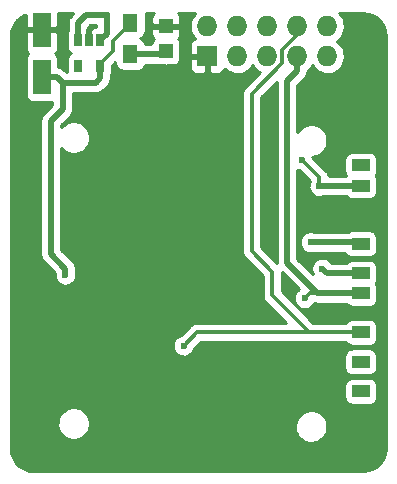
<source format=gtl>
G04 #@! TF.FileFunction,Copper,L1,Top,Signal*
%FSLAX46Y46*%
G04 Gerber Fmt 4.6, Leading zero omitted, Abs format (unit mm)*
G04 Created by KiCad (PCBNEW 4.0.2-stable) date 27.07.2016 22:22:32*
%MOMM*%
G01*
G04 APERTURE LIST*
%ADD10C,0.100000*%
%ADD11C,0.600000*%
%ADD12R,1.501140X2.999740*%
%ADD13R,1.500000X1.000000*%
%ADD14R,2.200000X1.200000*%
%ADD15R,1.727200X1.727200*%
%ADD16O,1.727200X1.727200*%
%ADD17R,1.300000X1.500000*%
%ADD18R,0.650000X1.060000*%
%ADD19R,1.198880X1.198880*%
%ADD20C,0.500000*%
%ADD21C,0.350000*%
%ADD22C,0.300000*%
%ADD23C,0.254000*%
G04 APERTURE END LIST*
D10*
D11*
X96600000Y-131700000D03*
X90750000Y-135000000D03*
X103900000Y-132650000D03*
X105800000Y-138500000D03*
X92200000Y-118900000D03*
D12*
X81000000Y-102751020D03*
X81000000Y-106748980D03*
D13*
X108000000Y-130875000D03*
X108000000Y-128375000D03*
X108000000Y-125075000D03*
X108000000Y-123375000D03*
X108000000Y-120875000D03*
X108000000Y-118375000D03*
X108000000Y-115950000D03*
X108000000Y-114250000D03*
X108000000Y-133375000D03*
X108000000Y-126725000D03*
X108000000Y-110900000D03*
D14*
X87000000Y-138400000D03*
X85800000Y-110400000D03*
D15*
X95000000Y-105000000D03*
D16*
X95000000Y-102460000D03*
X97540000Y-105000000D03*
X97540000Y-102460000D03*
X100080000Y-105000000D03*
X100080000Y-102460000D03*
X102620000Y-105000000D03*
X102620000Y-102460000D03*
X105160000Y-105000000D03*
X105160000Y-102460000D03*
D17*
X88500000Y-102150000D03*
X88500000Y-104850000D03*
D18*
X85950000Y-103650000D03*
X85000000Y-103650000D03*
X84050000Y-103650000D03*
X84050000Y-105850000D03*
X85950000Y-105850000D03*
D11*
X95200000Y-137600000D03*
D19*
X91500000Y-104549020D03*
X91500000Y-102450980D03*
D11*
X104750000Y-123000000D03*
X83000000Y-123500000D03*
X100000000Y-118600000D03*
X105250000Y-118250000D03*
X85250000Y-102500000D03*
X93000000Y-129500000D03*
X103250000Y-125500000D03*
X103750000Y-120750000D03*
X103000000Y-113750000D03*
X104500000Y-116000000D03*
X86500000Y-101500000D03*
D20*
X108000000Y-123375000D02*
X105125000Y-123375000D01*
X105125000Y-123375000D02*
X104750000Y-123000000D01*
X81750000Y-121750000D02*
X83000000Y-123000000D01*
X83000000Y-123000000D02*
X83000000Y-123500000D01*
X81750000Y-110500000D02*
X81750000Y-121750000D01*
X82751590Y-109498410D02*
X81750000Y-110500000D01*
X82751590Y-107250000D02*
X82751590Y-109498410D01*
D21*
X87000000Y-103750000D02*
X87000000Y-104595000D01*
X87000000Y-104595000D02*
X85950000Y-105645000D01*
X85950000Y-105645000D02*
X85950000Y-105850000D01*
X88500000Y-102250000D02*
X87000000Y-103750000D01*
D20*
X85580000Y-107250000D02*
X82751590Y-107250000D01*
X82751590Y-107250000D02*
X82250570Y-106748980D01*
X82250570Y-106748980D02*
X81000000Y-106748980D01*
X85950000Y-105850000D02*
X85950000Y-106880000D01*
X85950000Y-106880000D02*
X85580000Y-107250000D01*
D22*
X88500000Y-102250000D02*
X88500000Y-102150000D01*
D20*
X108000000Y-118375000D02*
X105375000Y-118375000D01*
X105375000Y-118375000D02*
X105250000Y-118250000D01*
X85000000Y-103650000D02*
X85000000Y-102750000D01*
X85000000Y-102750000D02*
X85250000Y-102500000D01*
D21*
X103625000Y-128375000D02*
X94125000Y-128375000D01*
X94125000Y-128375000D02*
X93000000Y-129500000D01*
X100500000Y-125250000D02*
X103625000Y-128375000D01*
X103625000Y-128375000D02*
X108000000Y-128375000D01*
X100500000Y-123250000D02*
X100500000Y-125250000D01*
X98750000Y-121500000D02*
X100500000Y-123250000D01*
X98750000Y-108163130D02*
X98750000Y-121500000D01*
X102620000Y-102460000D02*
X102620000Y-103166870D01*
X102620000Y-103166870D02*
X101318601Y-104468269D01*
X101318601Y-104468269D02*
X101318601Y-105594529D01*
X101318601Y-105594529D02*
X98750000Y-108163130D01*
X104325000Y-125075000D02*
X103675000Y-125075000D01*
X103675000Y-125075000D02*
X103250000Y-125500000D01*
D20*
X108000000Y-125075000D02*
X104325000Y-125075000D01*
X104325000Y-125075000D02*
X101750000Y-122500000D01*
X101750000Y-122500000D02*
X101750000Y-107091314D01*
X101750000Y-107091314D02*
X102620000Y-106221314D01*
X102620000Y-106221314D02*
X102620000Y-105000000D01*
X103750000Y-120750000D02*
X107875000Y-120750000D01*
X107875000Y-120750000D02*
X108000000Y-120875000D01*
D21*
X104500000Y-116000000D02*
X104500000Y-115250000D01*
X104500000Y-115250000D02*
X103000000Y-113750000D01*
D20*
X104500000Y-116000000D02*
X107950000Y-116000000D01*
X107950000Y-116000000D02*
X108000000Y-115950000D01*
X88500000Y-104850000D02*
X91430140Y-104850000D01*
X91430140Y-104850000D02*
X91500000Y-104919860D01*
D22*
X88569860Y-104919860D02*
X88500000Y-104850000D01*
D20*
X86500000Y-101500000D02*
X84750000Y-101500000D01*
X84750000Y-101500000D02*
X84050000Y-102200000D01*
X84050000Y-102200000D02*
X84050000Y-103650000D01*
X86500000Y-101500000D02*
X86500000Y-103100000D01*
X86500000Y-103100000D02*
X85950000Y-103650000D01*
D22*
X86000000Y-103600000D02*
X85950000Y-103650000D01*
D23*
G36*
X83429867Y-101579867D02*
X83378446Y-101642467D01*
X83326375Y-101704524D01*
X83324153Y-101708565D01*
X83321226Y-101712129D01*
X83282936Y-101783539D01*
X83243918Y-101854513D01*
X83242524Y-101858907D01*
X83240344Y-101862973D01*
X83216645Y-101940489D01*
X83192165Y-102017661D01*
X83191651Y-102022241D01*
X83190302Y-102026654D01*
X83182113Y-102107272D01*
X83173085Y-102187755D01*
X83173022Y-102196766D01*
X83173005Y-102196938D01*
X83173020Y-102197098D01*
X83173000Y-102200000D01*
X83173000Y-102826702D01*
X83119911Y-102944477D01*
X83094967Y-103120000D01*
X83094967Y-104180000D01*
X83102929Y-104279847D01*
X83155374Y-104449199D01*
X83252923Y-104597235D01*
X83387852Y-104712234D01*
X83465678Y-104747315D01*
X83455801Y-104750374D01*
X83307765Y-104847923D01*
X83192766Y-104982852D01*
X83119911Y-105144477D01*
X83094967Y-105320000D01*
X83094967Y-106353111D01*
X82870703Y-106128847D01*
X82808103Y-106077426D01*
X82746046Y-106025355D01*
X82742005Y-106023133D01*
X82738441Y-106020206D01*
X82667031Y-105981916D01*
X82596057Y-105942898D01*
X82591663Y-105941504D01*
X82587597Y-105939324D01*
X82510081Y-105915625D01*
X82432909Y-105891145D01*
X82428329Y-105890631D01*
X82423916Y-105889282D01*
X82380603Y-105884882D01*
X82380603Y-105249110D01*
X82372641Y-105149263D01*
X82320196Y-104979911D01*
X82222647Y-104831875D01*
X82135366Y-104757486D01*
X82155359Y-104744127D01*
X82243807Y-104655679D01*
X82313300Y-104551675D01*
X82361167Y-104436113D01*
X82385570Y-104313432D01*
X82385570Y-103036770D01*
X82226820Y-102878020D01*
X81127000Y-102878020D01*
X81127000Y-102898020D01*
X80873000Y-102898020D01*
X80873000Y-102878020D01*
X79773180Y-102878020D01*
X79614430Y-103036770D01*
X79614430Y-104313432D01*
X79638833Y-104436113D01*
X79686700Y-104551675D01*
X79756193Y-104655679D01*
X79844641Y-104744127D01*
X79863256Y-104756565D01*
X79832195Y-104777033D01*
X79717196Y-104911962D01*
X79644341Y-105073587D01*
X79619397Y-105249110D01*
X79619397Y-108248850D01*
X79627359Y-108348697D01*
X79679804Y-108518049D01*
X79777353Y-108666085D01*
X79912282Y-108781084D01*
X80073907Y-108853939D01*
X80249430Y-108878883D01*
X81750570Y-108878883D01*
X81850417Y-108870921D01*
X81874590Y-108863435D01*
X81874590Y-109135144D01*
X81129867Y-109879867D01*
X81078446Y-109942467D01*
X81026375Y-110004524D01*
X81024153Y-110008565D01*
X81021226Y-110012129D01*
X80982936Y-110083539D01*
X80943918Y-110154513D01*
X80942524Y-110158907D01*
X80940344Y-110162973D01*
X80916645Y-110240489D01*
X80892165Y-110317661D01*
X80891651Y-110322241D01*
X80890302Y-110326654D01*
X80882113Y-110407272D01*
X80873085Y-110487755D01*
X80873022Y-110496766D01*
X80873005Y-110496938D01*
X80873020Y-110497098D01*
X80873000Y-110500000D01*
X80873000Y-121750000D01*
X80880903Y-121830600D01*
X80887965Y-121911326D01*
X80889252Y-121915756D01*
X80889702Y-121920344D01*
X80913114Y-121997887D01*
X80935718Y-122075690D01*
X80937840Y-122079783D01*
X80939173Y-122084199D01*
X80977212Y-122155740D01*
X81014486Y-122227648D01*
X81017363Y-122231251D01*
X81019528Y-122235324D01*
X81070725Y-122298098D01*
X81121269Y-122361414D01*
X81127600Y-122367834D01*
X81127706Y-122367964D01*
X81127826Y-122368063D01*
X81129867Y-122370133D01*
X82088621Y-123328887D01*
X82074320Y-123396168D01*
X82071782Y-123577945D01*
X82104599Y-123756752D01*
X82171522Y-123925780D01*
X82270001Y-124078590D01*
X82396286Y-124209362D01*
X82545566Y-124313114D01*
X82712155Y-124385895D01*
X82889708Y-124424932D01*
X83071463Y-124428740D01*
X83250495Y-124397171D01*
X83419986Y-124331430D01*
X83573479Y-124234020D01*
X83705130Y-124108651D01*
X83809921Y-123960099D01*
X83883864Y-123794022D01*
X83924140Y-123616746D01*
X83927039Y-123409103D01*
X83891729Y-123230771D01*
X83877000Y-123195036D01*
X83877000Y-123000000D01*
X83869097Y-122919400D01*
X83862035Y-122838674D01*
X83860748Y-122834244D01*
X83860298Y-122829656D01*
X83836886Y-122752113D01*
X83814282Y-122674310D01*
X83812160Y-122670217D01*
X83810827Y-122665801D01*
X83772788Y-122594260D01*
X83735514Y-122522352D01*
X83732637Y-122518749D01*
X83730472Y-122514676D01*
X83679275Y-122451902D01*
X83628731Y-122388586D01*
X83622400Y-122382166D01*
X83622294Y-122382036D01*
X83622174Y-122381937D01*
X83620133Y-122379867D01*
X82627000Y-121386734D01*
X82627000Y-112771231D01*
X82803220Y-112953712D01*
X83024967Y-113107830D01*
X83272425Y-113215942D01*
X83536169Y-113273930D01*
X83806153Y-113279585D01*
X84072094Y-113232692D01*
X84323863Y-113135038D01*
X84551868Y-112990341D01*
X84747426Y-112804114D01*
X84903088Y-112583449D01*
X85012925Y-112336752D01*
X85072752Y-112073419D01*
X85077059Y-111764978D01*
X85024608Y-111500077D01*
X84921702Y-111250410D01*
X84772262Y-111025484D01*
X84581980Y-110833869D01*
X84358104Y-110682863D01*
X84109160Y-110578217D01*
X83844632Y-110523917D01*
X83574595Y-110522032D01*
X83309335Y-110572633D01*
X83058954Y-110673793D01*
X82832991Y-110821659D01*
X82640053Y-111010599D01*
X82627000Y-111029662D01*
X82627000Y-110863266D01*
X83371723Y-110118543D01*
X83423144Y-110055943D01*
X83475215Y-109993886D01*
X83477437Y-109989845D01*
X83480364Y-109986281D01*
X83518654Y-109914871D01*
X83557672Y-109843897D01*
X83559066Y-109839503D01*
X83561246Y-109835437D01*
X83584932Y-109757963D01*
X83609425Y-109680749D01*
X83609939Y-109676164D01*
X83611287Y-109671756D01*
X83619471Y-109591187D01*
X83628505Y-109510655D01*
X83628568Y-109501644D01*
X83628585Y-109501472D01*
X83628570Y-109501312D01*
X83628590Y-109498410D01*
X83628590Y-108127000D01*
X85580000Y-108127000D01*
X85660600Y-108119097D01*
X85741326Y-108112035D01*
X85745756Y-108110748D01*
X85750344Y-108110298D01*
X85827887Y-108086886D01*
X85905690Y-108064282D01*
X85909783Y-108062160D01*
X85914199Y-108060827D01*
X85985740Y-108022788D01*
X86057648Y-107985514D01*
X86061251Y-107982637D01*
X86065324Y-107980472D01*
X86128098Y-107929275D01*
X86191414Y-107878731D01*
X86197834Y-107872400D01*
X86197964Y-107872294D01*
X86198063Y-107872174D01*
X86200133Y-107870133D01*
X86570133Y-107500133D01*
X86621554Y-107437533D01*
X86673625Y-107375476D01*
X86675847Y-107371435D01*
X86678774Y-107367871D01*
X86717064Y-107296461D01*
X86756082Y-107225487D01*
X86757476Y-107221093D01*
X86759656Y-107217027D01*
X86783355Y-107139511D01*
X86807835Y-107062339D01*
X86808349Y-107057759D01*
X86809698Y-107053346D01*
X86817887Y-106972728D01*
X86826915Y-106892245D01*
X86826978Y-106883234D01*
X86826995Y-106883062D01*
X86826980Y-106882902D01*
X86827000Y-106880000D01*
X86827000Y-106673298D01*
X86880089Y-106555523D01*
X86905033Y-106380000D01*
X86905033Y-105824167D01*
X87219967Y-105509232D01*
X87219967Y-105600000D01*
X87227929Y-105699847D01*
X87280374Y-105869199D01*
X87377923Y-106017235D01*
X87512852Y-106132234D01*
X87674477Y-106205089D01*
X87850000Y-106230033D01*
X89150000Y-106230033D01*
X89249847Y-106222071D01*
X89419199Y-106169626D01*
X89567235Y-106072077D01*
X89682234Y-105937148D01*
X89755089Y-105775523D01*
X89761985Y-105727000D01*
X90666139Y-105727000D01*
X90725037Y-105753549D01*
X90900560Y-105778493D01*
X91323171Y-105778493D01*
X91326654Y-105779558D01*
X91496938Y-105796855D01*
X91667340Y-105780747D01*
X91674901Y-105778493D01*
X92099440Y-105778493D01*
X92199287Y-105770531D01*
X92368639Y-105718086D01*
X92516675Y-105620537D01*
X92631674Y-105485608D01*
X92704529Y-105323983D01*
X92709962Y-105285750D01*
X93501400Y-105285750D01*
X93501400Y-105926142D01*
X93525803Y-106048823D01*
X93573670Y-106164385D01*
X93643163Y-106268389D01*
X93731611Y-106356837D01*
X93835615Y-106426330D01*
X93951177Y-106474197D01*
X94073858Y-106498600D01*
X94714250Y-106498600D01*
X94873000Y-106339850D01*
X94873000Y-105127000D01*
X93660150Y-105127000D01*
X93501400Y-105285750D01*
X92709962Y-105285750D01*
X92729473Y-105148460D01*
X92729473Y-103949580D01*
X92721511Y-103849733D01*
X92669066Y-103680381D01*
X92571517Y-103532345D01*
X92541297Y-103506589D01*
X92592677Y-103455209D01*
X92662170Y-103351205D01*
X92710037Y-103235643D01*
X92734440Y-103112962D01*
X92734440Y-102736730D01*
X92575690Y-102577980D01*
X91627000Y-102577980D01*
X91627000Y-102597980D01*
X91373000Y-102597980D01*
X91373000Y-102577980D01*
X90424310Y-102577980D01*
X90265560Y-102736730D01*
X90265560Y-103112962D01*
X90289963Y-103235643D01*
X90337830Y-103351205D01*
X90407323Y-103455209D01*
X90458612Y-103506498D01*
X90368326Y-103612432D01*
X90295471Y-103774057D01*
X90270527Y-103949580D01*
X90270527Y-103973000D01*
X89763662Y-103973000D01*
X89719626Y-103830801D01*
X89622077Y-103682765D01*
X89487148Y-103567766D01*
X89330421Y-103497119D01*
X89419199Y-103469626D01*
X89567235Y-103372077D01*
X89682234Y-103237148D01*
X89755089Y-103075523D01*
X89780033Y-102900000D01*
X89780033Y-101400000D01*
X89778598Y-101382000D01*
X90472074Y-101382000D01*
X90407323Y-101446751D01*
X90337830Y-101550755D01*
X90289963Y-101666317D01*
X90265560Y-101788998D01*
X90265560Y-102165230D01*
X90424310Y-102323980D01*
X91373000Y-102323980D01*
X91373000Y-102303980D01*
X91627000Y-102303980D01*
X91627000Y-102323980D01*
X92575690Y-102323980D01*
X92734440Y-102165230D01*
X92734440Y-101788998D01*
X92710037Y-101666317D01*
X92662170Y-101550755D01*
X92592677Y-101446751D01*
X92527926Y-101382000D01*
X93964290Y-101382000D01*
X93957082Y-101387795D01*
X93770086Y-101610648D01*
X93629937Y-101865578D01*
X93541973Y-102142875D01*
X93509545Y-102431976D01*
X93509400Y-102452788D01*
X93509400Y-102467212D01*
X93537788Y-102756738D01*
X93621872Y-103035236D01*
X93758448Y-103292097D01*
X93942314Y-103517540D01*
X93952084Y-103525623D01*
X93951177Y-103525803D01*
X93835615Y-103573670D01*
X93731611Y-103643163D01*
X93643163Y-103731611D01*
X93573670Y-103835615D01*
X93525803Y-103951177D01*
X93501400Y-104073858D01*
X93501400Y-104714250D01*
X93660150Y-104873000D01*
X94873000Y-104873000D01*
X94873000Y-104853000D01*
X95127000Y-104853000D01*
X95127000Y-104873000D01*
X95147000Y-104873000D01*
X95147000Y-105127000D01*
X95127000Y-105127000D01*
X95127000Y-106339850D01*
X95285750Y-106498600D01*
X95926142Y-106498600D01*
X96048823Y-106474197D01*
X96164385Y-106426330D01*
X96268389Y-106356837D01*
X96356837Y-106268389D01*
X96426330Y-106164385D01*
X96474197Y-106048823D01*
X96474395Y-106047830D01*
X96482314Y-106057540D01*
X96706467Y-106242975D01*
X96962369Y-106381341D01*
X97240273Y-106467367D01*
X97529594Y-106497776D01*
X97819311Y-106471409D01*
X98098389Y-106389272D01*
X98356198Y-106254493D01*
X98582918Y-106072205D01*
X98769914Y-105849352D01*
X98809417Y-105777497D01*
X98838448Y-105832097D01*
X99022314Y-106057540D01*
X99246467Y-106242975D01*
X99434361Y-106344569D01*
X98182900Y-107596030D01*
X98135860Y-107653297D01*
X98088259Y-107710026D01*
X98086227Y-107713721D01*
X98083550Y-107716981D01*
X98048553Y-107782251D01*
X98012853Y-107847189D01*
X98011577Y-107851212D01*
X98009586Y-107854925D01*
X97987926Y-107925771D01*
X97965526Y-107996385D01*
X97965056Y-108000572D01*
X97963822Y-108004609D01*
X97956328Y-108078381D01*
X97948078Y-108151932D01*
X97948021Y-108160167D01*
X97948004Y-108160331D01*
X97948018Y-108160484D01*
X97948000Y-108163130D01*
X97948000Y-121500000D01*
X97955230Y-121573734D01*
X97961686Y-121647529D01*
X97962862Y-121651578D01*
X97963274Y-121655776D01*
X97984678Y-121726669D01*
X98005354Y-121797838D01*
X98007296Y-121801585D01*
X98008514Y-121805618D01*
X98043299Y-121871039D01*
X98077387Y-121936800D01*
X98080015Y-121940092D01*
X98081997Y-121943820D01*
X98128853Y-122001271D01*
X98175037Y-122059126D01*
X98180825Y-122064996D01*
X98180924Y-122065117D01*
X98181036Y-122065210D01*
X98182900Y-122067100D01*
X99698000Y-123582199D01*
X99698000Y-125250000D01*
X99705230Y-125323734D01*
X99711686Y-125397529D01*
X99712862Y-125401578D01*
X99713274Y-125405776D01*
X99734678Y-125476669D01*
X99755354Y-125547838D01*
X99757296Y-125551585D01*
X99758514Y-125555618D01*
X99793299Y-125621039D01*
X99827387Y-125686800D01*
X99830015Y-125690092D01*
X99831997Y-125693820D01*
X99878853Y-125751271D01*
X99925037Y-125809126D01*
X99930825Y-125814996D01*
X99930924Y-125815117D01*
X99931036Y-125815210D01*
X99932900Y-125817100D01*
X101688801Y-127573000D01*
X94125000Y-127573000D01*
X94051266Y-127580230D01*
X93977471Y-127586686D01*
X93973422Y-127587862D01*
X93969224Y-127588274D01*
X93898285Y-127609692D01*
X93827162Y-127630355D01*
X93823419Y-127632295D01*
X93819382Y-127633514D01*
X93753946Y-127668307D01*
X93688199Y-127702387D01*
X93684906Y-127705016D01*
X93681180Y-127706997D01*
X93623720Y-127753860D01*
X93565874Y-127800038D01*
X93560010Y-127805821D01*
X93559883Y-127805924D01*
X93559786Y-127806041D01*
X93557900Y-127807901D01*
X92764664Y-128601137D01*
X92737003Y-128606413D01*
X92568447Y-128674515D01*
X92416328Y-128774058D01*
X92286441Y-128901253D01*
X92183733Y-129051254D01*
X92112117Y-129218347D01*
X92074320Y-129396168D01*
X92071782Y-129577945D01*
X92104599Y-129756752D01*
X92171522Y-129925780D01*
X92270001Y-130078590D01*
X92396286Y-130209362D01*
X92545566Y-130313114D01*
X92712155Y-130385895D01*
X92889708Y-130424932D01*
X93071463Y-130428740D01*
X93250495Y-130397171D01*
X93307655Y-130375000D01*
X106619967Y-130375000D01*
X106619967Y-131375000D01*
X106627929Y-131474847D01*
X106680374Y-131644199D01*
X106777923Y-131792235D01*
X106912852Y-131907234D01*
X107074477Y-131980089D01*
X107250000Y-132005033D01*
X108750000Y-132005033D01*
X108849847Y-131997071D01*
X109019199Y-131944626D01*
X109167235Y-131847077D01*
X109282234Y-131712148D01*
X109355089Y-131550523D01*
X109380033Y-131375000D01*
X109380033Y-130375000D01*
X109372071Y-130275153D01*
X109319626Y-130105801D01*
X109222077Y-129957765D01*
X109087148Y-129842766D01*
X108925523Y-129769911D01*
X108750000Y-129744967D01*
X107250000Y-129744967D01*
X107150153Y-129752929D01*
X106980801Y-129805374D01*
X106832765Y-129902923D01*
X106717766Y-130037852D01*
X106644911Y-130199477D01*
X106619967Y-130375000D01*
X93307655Y-130375000D01*
X93419986Y-130331430D01*
X93573479Y-130234020D01*
X93705130Y-130108651D01*
X93809921Y-129960099D01*
X93883864Y-129794022D01*
X93896707Y-129737493D01*
X94457199Y-129177000D01*
X106701988Y-129177000D01*
X106777923Y-129292235D01*
X106912852Y-129407234D01*
X107074477Y-129480089D01*
X107250000Y-129505033D01*
X108750000Y-129505033D01*
X108849847Y-129497071D01*
X109019199Y-129444626D01*
X109167235Y-129347077D01*
X109282234Y-129212148D01*
X109355089Y-129050523D01*
X109380033Y-128875000D01*
X109380033Y-127875000D01*
X109372071Y-127775153D01*
X109319626Y-127605801D01*
X109222077Y-127457765D01*
X109087148Y-127342766D01*
X108925523Y-127269911D01*
X108750000Y-127244967D01*
X107250000Y-127244967D01*
X107150153Y-127252929D01*
X106980801Y-127305374D01*
X106832765Y-127402923D01*
X106717766Y-127537852D01*
X106701922Y-127573000D01*
X103957199Y-127573000D01*
X101302000Y-124917800D01*
X101302000Y-123292266D01*
X102737330Y-124727596D01*
X102666328Y-124774058D01*
X102536441Y-124901253D01*
X102433733Y-125051254D01*
X102362117Y-125218347D01*
X102324320Y-125396168D01*
X102321782Y-125577945D01*
X102354599Y-125756752D01*
X102421522Y-125925780D01*
X102520001Y-126078590D01*
X102646286Y-126209362D01*
X102795566Y-126313114D01*
X102962155Y-126385895D01*
X103139708Y-126424932D01*
X103321463Y-126428740D01*
X103500495Y-126397171D01*
X103669986Y-126331430D01*
X103823479Y-126234020D01*
X103955130Y-126108651D01*
X104059921Y-125960099D01*
X104080797Y-125913211D01*
X104142661Y-125932835D01*
X104147241Y-125933349D01*
X104151654Y-125934698D01*
X104232272Y-125942887D01*
X104312755Y-125951915D01*
X104321766Y-125951978D01*
X104321938Y-125951995D01*
X104322098Y-125951980D01*
X104325000Y-125952000D01*
X106751410Y-125952000D01*
X106777923Y-125992235D01*
X106912852Y-126107234D01*
X107074477Y-126180089D01*
X107250000Y-126205033D01*
X108750000Y-126205033D01*
X108849847Y-126197071D01*
X109019199Y-126144626D01*
X109167235Y-126047077D01*
X109282234Y-125912148D01*
X109355089Y-125750523D01*
X109380033Y-125575000D01*
X109380033Y-124575000D01*
X109372071Y-124475153D01*
X109319626Y-124305801D01*
X109268518Y-124228241D01*
X109282234Y-124212148D01*
X109355089Y-124050523D01*
X109380033Y-123875000D01*
X109380033Y-122875000D01*
X109372071Y-122775153D01*
X109319626Y-122605801D01*
X109222077Y-122457765D01*
X109087148Y-122342766D01*
X108925523Y-122269911D01*
X108750000Y-122244967D01*
X107250000Y-122244967D01*
X107150153Y-122252929D01*
X106980801Y-122305374D01*
X106832765Y-122402923D01*
X106751732Y-122498000D01*
X105529469Y-122498000D01*
X105471849Y-122411274D01*
X105343751Y-122282278D01*
X105193037Y-122180621D01*
X105025448Y-122110173D01*
X104847367Y-122073618D01*
X104665577Y-122072349D01*
X104487003Y-122106413D01*
X104318447Y-122174515D01*
X104166328Y-122274058D01*
X104036441Y-122401253D01*
X103933733Y-122551254D01*
X103862117Y-122718347D01*
X103824320Y-122896168D01*
X103821782Y-123077945D01*
X103854599Y-123256752D01*
X103921522Y-123425780D01*
X103931448Y-123441182D01*
X102627000Y-122136734D01*
X102627000Y-120827945D01*
X102821782Y-120827945D01*
X102854599Y-121006752D01*
X102921522Y-121175780D01*
X103020001Y-121328590D01*
X103146286Y-121459362D01*
X103295566Y-121563114D01*
X103462155Y-121635895D01*
X103639708Y-121674932D01*
X103821463Y-121678740D01*
X104000495Y-121647171D01*
X104052499Y-121627000D01*
X106675048Y-121627000D01*
X106680374Y-121644199D01*
X106777923Y-121792235D01*
X106912852Y-121907234D01*
X107074477Y-121980089D01*
X107250000Y-122005033D01*
X108750000Y-122005033D01*
X108849847Y-121997071D01*
X109019199Y-121944626D01*
X109167235Y-121847077D01*
X109282234Y-121712148D01*
X109355089Y-121550523D01*
X109380033Y-121375000D01*
X109380033Y-120375000D01*
X109372071Y-120275153D01*
X109319626Y-120105801D01*
X109222077Y-119957765D01*
X109087148Y-119842766D01*
X108925523Y-119769911D01*
X108750000Y-119744967D01*
X107250000Y-119744967D01*
X107150153Y-119752929D01*
X106980801Y-119805374D01*
X106878175Y-119873000D01*
X104055962Y-119873000D01*
X104025448Y-119860173D01*
X103847367Y-119823618D01*
X103665577Y-119822349D01*
X103487003Y-119856413D01*
X103318447Y-119924515D01*
X103166328Y-120024058D01*
X103036441Y-120151253D01*
X102933733Y-120301254D01*
X102862117Y-120468347D01*
X102824320Y-120646168D01*
X102821782Y-120827945D01*
X102627000Y-120827945D01*
X102627000Y-114598692D01*
X102712155Y-114635895D01*
X102762839Y-114647038D01*
X103678729Y-115562928D01*
X103612117Y-115718347D01*
X103574320Y-115896168D01*
X103571782Y-116077945D01*
X103604599Y-116256752D01*
X103671522Y-116425780D01*
X103770001Y-116578590D01*
X103896286Y-116709362D01*
X104045566Y-116813114D01*
X104212155Y-116885895D01*
X104389708Y-116924932D01*
X104571463Y-116928740D01*
X104750495Y-116897171D01*
X104802499Y-116877000D01*
X106789380Y-116877000D01*
X106912852Y-116982234D01*
X107074477Y-117055089D01*
X107250000Y-117080033D01*
X108750000Y-117080033D01*
X108849847Y-117072071D01*
X109019199Y-117019626D01*
X109167235Y-116922077D01*
X109282234Y-116787148D01*
X109355089Y-116625523D01*
X109380033Y-116450000D01*
X109380033Y-115450000D01*
X109372071Y-115350153D01*
X109319626Y-115180801D01*
X109268518Y-115103241D01*
X109282234Y-115087148D01*
X109355089Y-114925523D01*
X109380033Y-114750000D01*
X109380033Y-113750000D01*
X109372071Y-113650153D01*
X109319626Y-113480801D01*
X109222077Y-113332765D01*
X109087148Y-113217766D01*
X108925523Y-113144911D01*
X108750000Y-113119967D01*
X107250000Y-113119967D01*
X107150153Y-113127929D01*
X106980801Y-113180374D01*
X106832765Y-113277923D01*
X106717766Y-113412852D01*
X106644911Y-113574477D01*
X106619967Y-113750000D01*
X106619967Y-114750000D01*
X106627929Y-114849847D01*
X106680374Y-115019199D01*
X106731482Y-115096759D01*
X106717766Y-115112852D01*
X106713192Y-115123000D01*
X105290110Y-115123000D01*
X105288314Y-115102471D01*
X105287138Y-115098422D01*
X105286726Y-115094224D01*
X105265308Y-115023285D01*
X105244645Y-114952162D01*
X105242705Y-114948419D01*
X105241486Y-114944382D01*
X105206693Y-114878946D01*
X105172613Y-114813199D01*
X105169984Y-114809906D01*
X105168003Y-114806180D01*
X105121160Y-114748744D01*
X105074962Y-114690873D01*
X105069178Y-114685008D01*
X105069076Y-114684883D01*
X105068960Y-114684787D01*
X105067099Y-114682900D01*
X103912641Y-113528441D01*
X104172094Y-113482692D01*
X104423863Y-113385038D01*
X104651868Y-113240341D01*
X104847426Y-113054114D01*
X105003088Y-112833449D01*
X105112925Y-112586752D01*
X105172752Y-112323419D01*
X105177059Y-112014978D01*
X105124608Y-111750077D01*
X105021702Y-111500410D01*
X104872262Y-111275484D01*
X104681980Y-111083869D01*
X104458104Y-110932863D01*
X104209160Y-110828217D01*
X103944632Y-110773917D01*
X103674595Y-110772032D01*
X103409335Y-110822633D01*
X103158954Y-110923793D01*
X102932991Y-111071659D01*
X102740053Y-111260599D01*
X102627000Y-111425708D01*
X102627000Y-107454580D01*
X103240133Y-106841447D01*
X103291554Y-106778847D01*
X103343625Y-106716790D01*
X103345847Y-106712749D01*
X103348774Y-106709185D01*
X103387064Y-106637775D01*
X103426082Y-106566801D01*
X103427476Y-106562407D01*
X103429656Y-106558341D01*
X103453355Y-106480825D01*
X103477835Y-106403653D01*
X103478349Y-106399073D01*
X103479698Y-106394660D01*
X103487887Y-106314042D01*
X103496915Y-106233559D01*
X103496978Y-106224548D01*
X103496995Y-106224376D01*
X103496980Y-106224216D01*
X103497000Y-106221314D01*
X103497000Y-106205607D01*
X103662918Y-106072205D01*
X103849914Y-105849352D01*
X103889417Y-105777497D01*
X103918448Y-105832097D01*
X104102314Y-106057540D01*
X104326467Y-106242975D01*
X104582369Y-106381341D01*
X104860273Y-106467367D01*
X105149594Y-106497776D01*
X105439311Y-106471409D01*
X105718389Y-106389272D01*
X105976198Y-106254493D01*
X106202918Y-106072205D01*
X106389914Y-105849352D01*
X106530063Y-105594422D01*
X106618027Y-105317125D01*
X106650455Y-105028024D01*
X106650600Y-105007212D01*
X106650600Y-104992788D01*
X106622212Y-104703262D01*
X106538128Y-104424764D01*
X106401552Y-104167903D01*
X106217686Y-103942460D01*
X105993533Y-103757025D01*
X105945018Y-103730793D01*
X105976198Y-103714493D01*
X106202918Y-103532205D01*
X106389914Y-103309352D01*
X106530063Y-103054422D01*
X106618027Y-102777125D01*
X106650455Y-102488024D01*
X106650600Y-102467212D01*
X106650600Y-102452788D01*
X106622212Y-102163262D01*
X106538128Y-101884764D01*
X106401552Y-101627903D01*
X106217686Y-101402460D01*
X106192954Y-101382000D01*
X108219088Y-101382000D01*
X108612242Y-101420549D01*
X108960685Y-101525751D01*
X109282060Y-101696628D01*
X109564123Y-101926674D01*
X109796130Y-102207123D01*
X109969247Y-102527295D01*
X110076877Y-102874994D01*
X110118000Y-103266251D01*
X110118000Y-138219087D01*
X110079451Y-138612242D01*
X109974250Y-138960684D01*
X109803371Y-139282060D01*
X109573328Y-139564121D01*
X109292879Y-139796128D01*
X108972704Y-139969247D01*
X108625005Y-140076877D01*
X108233749Y-140118000D01*
X80280913Y-140118000D01*
X79887758Y-140079451D01*
X79539316Y-139974250D01*
X79217940Y-139803371D01*
X78935879Y-139573328D01*
X78703872Y-139292879D01*
X78530753Y-138972704D01*
X78423123Y-138625005D01*
X78382000Y-138233749D01*
X78382000Y-136215782D01*
X82321190Y-136215782D01*
X82369938Y-136481389D01*
X82469347Y-136732469D01*
X82615632Y-136959459D01*
X82803220Y-137153712D01*
X83024967Y-137307830D01*
X83272425Y-137415942D01*
X83536169Y-137473930D01*
X83806153Y-137479585D01*
X84072094Y-137432692D01*
X84323863Y-137335038D01*
X84551868Y-137190341D01*
X84747426Y-137004114D01*
X84903088Y-136783449D01*
X85012925Y-136536752D01*
X85029048Y-136465782D01*
X102421190Y-136465782D01*
X102469938Y-136731389D01*
X102569347Y-136982469D01*
X102715632Y-137209459D01*
X102903220Y-137403712D01*
X103124967Y-137557830D01*
X103372425Y-137665942D01*
X103636169Y-137723930D01*
X103906153Y-137729585D01*
X104172094Y-137682692D01*
X104423863Y-137585038D01*
X104651868Y-137440341D01*
X104847426Y-137254114D01*
X105003088Y-137033449D01*
X105112925Y-136786752D01*
X105172752Y-136523419D01*
X105177059Y-136214978D01*
X105124608Y-135950077D01*
X105021702Y-135700410D01*
X104872262Y-135475484D01*
X104681980Y-135283869D01*
X104458104Y-135132863D01*
X104209160Y-135028217D01*
X103944632Y-134973917D01*
X103674595Y-134972032D01*
X103409335Y-135022633D01*
X103158954Y-135123793D01*
X102932991Y-135271659D01*
X102740053Y-135460599D01*
X102587487Y-135683415D01*
X102481105Y-135931622D01*
X102424960Y-136195765D01*
X102421190Y-136465782D01*
X85029048Y-136465782D01*
X85072752Y-136273419D01*
X85077059Y-135964978D01*
X85024608Y-135700077D01*
X84921702Y-135450410D01*
X84772262Y-135225484D01*
X84581980Y-135033869D01*
X84358104Y-134882863D01*
X84109160Y-134778217D01*
X83844632Y-134723917D01*
X83574595Y-134722032D01*
X83309335Y-134772633D01*
X83058954Y-134873793D01*
X82832991Y-135021659D01*
X82640053Y-135210599D01*
X82487487Y-135433415D01*
X82381105Y-135681622D01*
X82324960Y-135945765D01*
X82321190Y-136215782D01*
X78382000Y-136215782D01*
X78382000Y-132875000D01*
X106619967Y-132875000D01*
X106619967Y-133875000D01*
X106627929Y-133974847D01*
X106680374Y-134144199D01*
X106777923Y-134292235D01*
X106912852Y-134407234D01*
X107074477Y-134480089D01*
X107250000Y-134505033D01*
X108750000Y-134505033D01*
X108849847Y-134497071D01*
X109019199Y-134444626D01*
X109167235Y-134347077D01*
X109282234Y-134212148D01*
X109355089Y-134050523D01*
X109380033Y-133875000D01*
X109380033Y-132875000D01*
X109372071Y-132775153D01*
X109319626Y-132605801D01*
X109222077Y-132457765D01*
X109087148Y-132342766D01*
X108925523Y-132269911D01*
X108750000Y-132244967D01*
X107250000Y-132244967D01*
X107150153Y-132252929D01*
X106980801Y-132305374D01*
X106832765Y-132402923D01*
X106717766Y-132537852D01*
X106644911Y-132699477D01*
X106619967Y-132875000D01*
X78382000Y-132875000D01*
X78382000Y-103280912D01*
X78420549Y-102887758D01*
X78525751Y-102539315D01*
X78696628Y-102217940D01*
X78926674Y-101935877D01*
X79207123Y-101703870D01*
X79527295Y-101530753D01*
X79614430Y-101503781D01*
X79614430Y-102465270D01*
X79773180Y-102624020D01*
X80873000Y-102624020D01*
X80873000Y-102604020D01*
X81127000Y-102604020D01*
X81127000Y-102624020D01*
X82226820Y-102624020D01*
X82385570Y-102465270D01*
X82385570Y-101382000D01*
X83627734Y-101382000D01*
X83429867Y-101579867D01*
X83429867Y-101579867D01*
G37*
X83429867Y-101579867D02*
X83378446Y-101642467D01*
X83326375Y-101704524D01*
X83324153Y-101708565D01*
X83321226Y-101712129D01*
X83282936Y-101783539D01*
X83243918Y-101854513D01*
X83242524Y-101858907D01*
X83240344Y-101862973D01*
X83216645Y-101940489D01*
X83192165Y-102017661D01*
X83191651Y-102022241D01*
X83190302Y-102026654D01*
X83182113Y-102107272D01*
X83173085Y-102187755D01*
X83173022Y-102196766D01*
X83173005Y-102196938D01*
X83173020Y-102197098D01*
X83173000Y-102200000D01*
X83173000Y-102826702D01*
X83119911Y-102944477D01*
X83094967Y-103120000D01*
X83094967Y-104180000D01*
X83102929Y-104279847D01*
X83155374Y-104449199D01*
X83252923Y-104597235D01*
X83387852Y-104712234D01*
X83465678Y-104747315D01*
X83455801Y-104750374D01*
X83307765Y-104847923D01*
X83192766Y-104982852D01*
X83119911Y-105144477D01*
X83094967Y-105320000D01*
X83094967Y-106353111D01*
X82870703Y-106128847D01*
X82808103Y-106077426D01*
X82746046Y-106025355D01*
X82742005Y-106023133D01*
X82738441Y-106020206D01*
X82667031Y-105981916D01*
X82596057Y-105942898D01*
X82591663Y-105941504D01*
X82587597Y-105939324D01*
X82510081Y-105915625D01*
X82432909Y-105891145D01*
X82428329Y-105890631D01*
X82423916Y-105889282D01*
X82380603Y-105884882D01*
X82380603Y-105249110D01*
X82372641Y-105149263D01*
X82320196Y-104979911D01*
X82222647Y-104831875D01*
X82135366Y-104757486D01*
X82155359Y-104744127D01*
X82243807Y-104655679D01*
X82313300Y-104551675D01*
X82361167Y-104436113D01*
X82385570Y-104313432D01*
X82385570Y-103036770D01*
X82226820Y-102878020D01*
X81127000Y-102878020D01*
X81127000Y-102898020D01*
X80873000Y-102898020D01*
X80873000Y-102878020D01*
X79773180Y-102878020D01*
X79614430Y-103036770D01*
X79614430Y-104313432D01*
X79638833Y-104436113D01*
X79686700Y-104551675D01*
X79756193Y-104655679D01*
X79844641Y-104744127D01*
X79863256Y-104756565D01*
X79832195Y-104777033D01*
X79717196Y-104911962D01*
X79644341Y-105073587D01*
X79619397Y-105249110D01*
X79619397Y-108248850D01*
X79627359Y-108348697D01*
X79679804Y-108518049D01*
X79777353Y-108666085D01*
X79912282Y-108781084D01*
X80073907Y-108853939D01*
X80249430Y-108878883D01*
X81750570Y-108878883D01*
X81850417Y-108870921D01*
X81874590Y-108863435D01*
X81874590Y-109135144D01*
X81129867Y-109879867D01*
X81078446Y-109942467D01*
X81026375Y-110004524D01*
X81024153Y-110008565D01*
X81021226Y-110012129D01*
X80982936Y-110083539D01*
X80943918Y-110154513D01*
X80942524Y-110158907D01*
X80940344Y-110162973D01*
X80916645Y-110240489D01*
X80892165Y-110317661D01*
X80891651Y-110322241D01*
X80890302Y-110326654D01*
X80882113Y-110407272D01*
X80873085Y-110487755D01*
X80873022Y-110496766D01*
X80873005Y-110496938D01*
X80873020Y-110497098D01*
X80873000Y-110500000D01*
X80873000Y-121750000D01*
X80880903Y-121830600D01*
X80887965Y-121911326D01*
X80889252Y-121915756D01*
X80889702Y-121920344D01*
X80913114Y-121997887D01*
X80935718Y-122075690D01*
X80937840Y-122079783D01*
X80939173Y-122084199D01*
X80977212Y-122155740D01*
X81014486Y-122227648D01*
X81017363Y-122231251D01*
X81019528Y-122235324D01*
X81070725Y-122298098D01*
X81121269Y-122361414D01*
X81127600Y-122367834D01*
X81127706Y-122367964D01*
X81127826Y-122368063D01*
X81129867Y-122370133D01*
X82088621Y-123328887D01*
X82074320Y-123396168D01*
X82071782Y-123577945D01*
X82104599Y-123756752D01*
X82171522Y-123925780D01*
X82270001Y-124078590D01*
X82396286Y-124209362D01*
X82545566Y-124313114D01*
X82712155Y-124385895D01*
X82889708Y-124424932D01*
X83071463Y-124428740D01*
X83250495Y-124397171D01*
X83419986Y-124331430D01*
X83573479Y-124234020D01*
X83705130Y-124108651D01*
X83809921Y-123960099D01*
X83883864Y-123794022D01*
X83924140Y-123616746D01*
X83927039Y-123409103D01*
X83891729Y-123230771D01*
X83877000Y-123195036D01*
X83877000Y-123000000D01*
X83869097Y-122919400D01*
X83862035Y-122838674D01*
X83860748Y-122834244D01*
X83860298Y-122829656D01*
X83836886Y-122752113D01*
X83814282Y-122674310D01*
X83812160Y-122670217D01*
X83810827Y-122665801D01*
X83772788Y-122594260D01*
X83735514Y-122522352D01*
X83732637Y-122518749D01*
X83730472Y-122514676D01*
X83679275Y-122451902D01*
X83628731Y-122388586D01*
X83622400Y-122382166D01*
X83622294Y-122382036D01*
X83622174Y-122381937D01*
X83620133Y-122379867D01*
X82627000Y-121386734D01*
X82627000Y-112771231D01*
X82803220Y-112953712D01*
X83024967Y-113107830D01*
X83272425Y-113215942D01*
X83536169Y-113273930D01*
X83806153Y-113279585D01*
X84072094Y-113232692D01*
X84323863Y-113135038D01*
X84551868Y-112990341D01*
X84747426Y-112804114D01*
X84903088Y-112583449D01*
X85012925Y-112336752D01*
X85072752Y-112073419D01*
X85077059Y-111764978D01*
X85024608Y-111500077D01*
X84921702Y-111250410D01*
X84772262Y-111025484D01*
X84581980Y-110833869D01*
X84358104Y-110682863D01*
X84109160Y-110578217D01*
X83844632Y-110523917D01*
X83574595Y-110522032D01*
X83309335Y-110572633D01*
X83058954Y-110673793D01*
X82832991Y-110821659D01*
X82640053Y-111010599D01*
X82627000Y-111029662D01*
X82627000Y-110863266D01*
X83371723Y-110118543D01*
X83423144Y-110055943D01*
X83475215Y-109993886D01*
X83477437Y-109989845D01*
X83480364Y-109986281D01*
X83518654Y-109914871D01*
X83557672Y-109843897D01*
X83559066Y-109839503D01*
X83561246Y-109835437D01*
X83584932Y-109757963D01*
X83609425Y-109680749D01*
X83609939Y-109676164D01*
X83611287Y-109671756D01*
X83619471Y-109591187D01*
X83628505Y-109510655D01*
X83628568Y-109501644D01*
X83628585Y-109501472D01*
X83628570Y-109501312D01*
X83628590Y-109498410D01*
X83628590Y-108127000D01*
X85580000Y-108127000D01*
X85660600Y-108119097D01*
X85741326Y-108112035D01*
X85745756Y-108110748D01*
X85750344Y-108110298D01*
X85827887Y-108086886D01*
X85905690Y-108064282D01*
X85909783Y-108062160D01*
X85914199Y-108060827D01*
X85985740Y-108022788D01*
X86057648Y-107985514D01*
X86061251Y-107982637D01*
X86065324Y-107980472D01*
X86128098Y-107929275D01*
X86191414Y-107878731D01*
X86197834Y-107872400D01*
X86197964Y-107872294D01*
X86198063Y-107872174D01*
X86200133Y-107870133D01*
X86570133Y-107500133D01*
X86621554Y-107437533D01*
X86673625Y-107375476D01*
X86675847Y-107371435D01*
X86678774Y-107367871D01*
X86717064Y-107296461D01*
X86756082Y-107225487D01*
X86757476Y-107221093D01*
X86759656Y-107217027D01*
X86783355Y-107139511D01*
X86807835Y-107062339D01*
X86808349Y-107057759D01*
X86809698Y-107053346D01*
X86817887Y-106972728D01*
X86826915Y-106892245D01*
X86826978Y-106883234D01*
X86826995Y-106883062D01*
X86826980Y-106882902D01*
X86827000Y-106880000D01*
X86827000Y-106673298D01*
X86880089Y-106555523D01*
X86905033Y-106380000D01*
X86905033Y-105824167D01*
X87219967Y-105509232D01*
X87219967Y-105600000D01*
X87227929Y-105699847D01*
X87280374Y-105869199D01*
X87377923Y-106017235D01*
X87512852Y-106132234D01*
X87674477Y-106205089D01*
X87850000Y-106230033D01*
X89150000Y-106230033D01*
X89249847Y-106222071D01*
X89419199Y-106169626D01*
X89567235Y-106072077D01*
X89682234Y-105937148D01*
X89755089Y-105775523D01*
X89761985Y-105727000D01*
X90666139Y-105727000D01*
X90725037Y-105753549D01*
X90900560Y-105778493D01*
X91323171Y-105778493D01*
X91326654Y-105779558D01*
X91496938Y-105796855D01*
X91667340Y-105780747D01*
X91674901Y-105778493D01*
X92099440Y-105778493D01*
X92199287Y-105770531D01*
X92368639Y-105718086D01*
X92516675Y-105620537D01*
X92631674Y-105485608D01*
X92704529Y-105323983D01*
X92709962Y-105285750D01*
X93501400Y-105285750D01*
X93501400Y-105926142D01*
X93525803Y-106048823D01*
X93573670Y-106164385D01*
X93643163Y-106268389D01*
X93731611Y-106356837D01*
X93835615Y-106426330D01*
X93951177Y-106474197D01*
X94073858Y-106498600D01*
X94714250Y-106498600D01*
X94873000Y-106339850D01*
X94873000Y-105127000D01*
X93660150Y-105127000D01*
X93501400Y-105285750D01*
X92709962Y-105285750D01*
X92729473Y-105148460D01*
X92729473Y-103949580D01*
X92721511Y-103849733D01*
X92669066Y-103680381D01*
X92571517Y-103532345D01*
X92541297Y-103506589D01*
X92592677Y-103455209D01*
X92662170Y-103351205D01*
X92710037Y-103235643D01*
X92734440Y-103112962D01*
X92734440Y-102736730D01*
X92575690Y-102577980D01*
X91627000Y-102577980D01*
X91627000Y-102597980D01*
X91373000Y-102597980D01*
X91373000Y-102577980D01*
X90424310Y-102577980D01*
X90265560Y-102736730D01*
X90265560Y-103112962D01*
X90289963Y-103235643D01*
X90337830Y-103351205D01*
X90407323Y-103455209D01*
X90458612Y-103506498D01*
X90368326Y-103612432D01*
X90295471Y-103774057D01*
X90270527Y-103949580D01*
X90270527Y-103973000D01*
X89763662Y-103973000D01*
X89719626Y-103830801D01*
X89622077Y-103682765D01*
X89487148Y-103567766D01*
X89330421Y-103497119D01*
X89419199Y-103469626D01*
X89567235Y-103372077D01*
X89682234Y-103237148D01*
X89755089Y-103075523D01*
X89780033Y-102900000D01*
X89780033Y-101400000D01*
X89778598Y-101382000D01*
X90472074Y-101382000D01*
X90407323Y-101446751D01*
X90337830Y-101550755D01*
X90289963Y-101666317D01*
X90265560Y-101788998D01*
X90265560Y-102165230D01*
X90424310Y-102323980D01*
X91373000Y-102323980D01*
X91373000Y-102303980D01*
X91627000Y-102303980D01*
X91627000Y-102323980D01*
X92575690Y-102323980D01*
X92734440Y-102165230D01*
X92734440Y-101788998D01*
X92710037Y-101666317D01*
X92662170Y-101550755D01*
X92592677Y-101446751D01*
X92527926Y-101382000D01*
X93964290Y-101382000D01*
X93957082Y-101387795D01*
X93770086Y-101610648D01*
X93629937Y-101865578D01*
X93541973Y-102142875D01*
X93509545Y-102431976D01*
X93509400Y-102452788D01*
X93509400Y-102467212D01*
X93537788Y-102756738D01*
X93621872Y-103035236D01*
X93758448Y-103292097D01*
X93942314Y-103517540D01*
X93952084Y-103525623D01*
X93951177Y-103525803D01*
X93835615Y-103573670D01*
X93731611Y-103643163D01*
X93643163Y-103731611D01*
X93573670Y-103835615D01*
X93525803Y-103951177D01*
X93501400Y-104073858D01*
X93501400Y-104714250D01*
X93660150Y-104873000D01*
X94873000Y-104873000D01*
X94873000Y-104853000D01*
X95127000Y-104853000D01*
X95127000Y-104873000D01*
X95147000Y-104873000D01*
X95147000Y-105127000D01*
X95127000Y-105127000D01*
X95127000Y-106339850D01*
X95285750Y-106498600D01*
X95926142Y-106498600D01*
X96048823Y-106474197D01*
X96164385Y-106426330D01*
X96268389Y-106356837D01*
X96356837Y-106268389D01*
X96426330Y-106164385D01*
X96474197Y-106048823D01*
X96474395Y-106047830D01*
X96482314Y-106057540D01*
X96706467Y-106242975D01*
X96962369Y-106381341D01*
X97240273Y-106467367D01*
X97529594Y-106497776D01*
X97819311Y-106471409D01*
X98098389Y-106389272D01*
X98356198Y-106254493D01*
X98582918Y-106072205D01*
X98769914Y-105849352D01*
X98809417Y-105777497D01*
X98838448Y-105832097D01*
X99022314Y-106057540D01*
X99246467Y-106242975D01*
X99434361Y-106344569D01*
X98182900Y-107596030D01*
X98135860Y-107653297D01*
X98088259Y-107710026D01*
X98086227Y-107713721D01*
X98083550Y-107716981D01*
X98048553Y-107782251D01*
X98012853Y-107847189D01*
X98011577Y-107851212D01*
X98009586Y-107854925D01*
X97987926Y-107925771D01*
X97965526Y-107996385D01*
X97965056Y-108000572D01*
X97963822Y-108004609D01*
X97956328Y-108078381D01*
X97948078Y-108151932D01*
X97948021Y-108160167D01*
X97948004Y-108160331D01*
X97948018Y-108160484D01*
X97948000Y-108163130D01*
X97948000Y-121500000D01*
X97955230Y-121573734D01*
X97961686Y-121647529D01*
X97962862Y-121651578D01*
X97963274Y-121655776D01*
X97984678Y-121726669D01*
X98005354Y-121797838D01*
X98007296Y-121801585D01*
X98008514Y-121805618D01*
X98043299Y-121871039D01*
X98077387Y-121936800D01*
X98080015Y-121940092D01*
X98081997Y-121943820D01*
X98128853Y-122001271D01*
X98175037Y-122059126D01*
X98180825Y-122064996D01*
X98180924Y-122065117D01*
X98181036Y-122065210D01*
X98182900Y-122067100D01*
X99698000Y-123582199D01*
X99698000Y-125250000D01*
X99705230Y-125323734D01*
X99711686Y-125397529D01*
X99712862Y-125401578D01*
X99713274Y-125405776D01*
X99734678Y-125476669D01*
X99755354Y-125547838D01*
X99757296Y-125551585D01*
X99758514Y-125555618D01*
X99793299Y-125621039D01*
X99827387Y-125686800D01*
X99830015Y-125690092D01*
X99831997Y-125693820D01*
X99878853Y-125751271D01*
X99925037Y-125809126D01*
X99930825Y-125814996D01*
X99930924Y-125815117D01*
X99931036Y-125815210D01*
X99932900Y-125817100D01*
X101688801Y-127573000D01*
X94125000Y-127573000D01*
X94051266Y-127580230D01*
X93977471Y-127586686D01*
X93973422Y-127587862D01*
X93969224Y-127588274D01*
X93898285Y-127609692D01*
X93827162Y-127630355D01*
X93823419Y-127632295D01*
X93819382Y-127633514D01*
X93753946Y-127668307D01*
X93688199Y-127702387D01*
X93684906Y-127705016D01*
X93681180Y-127706997D01*
X93623720Y-127753860D01*
X93565874Y-127800038D01*
X93560010Y-127805821D01*
X93559883Y-127805924D01*
X93559786Y-127806041D01*
X93557900Y-127807901D01*
X92764664Y-128601137D01*
X92737003Y-128606413D01*
X92568447Y-128674515D01*
X92416328Y-128774058D01*
X92286441Y-128901253D01*
X92183733Y-129051254D01*
X92112117Y-129218347D01*
X92074320Y-129396168D01*
X92071782Y-129577945D01*
X92104599Y-129756752D01*
X92171522Y-129925780D01*
X92270001Y-130078590D01*
X92396286Y-130209362D01*
X92545566Y-130313114D01*
X92712155Y-130385895D01*
X92889708Y-130424932D01*
X93071463Y-130428740D01*
X93250495Y-130397171D01*
X93307655Y-130375000D01*
X106619967Y-130375000D01*
X106619967Y-131375000D01*
X106627929Y-131474847D01*
X106680374Y-131644199D01*
X106777923Y-131792235D01*
X106912852Y-131907234D01*
X107074477Y-131980089D01*
X107250000Y-132005033D01*
X108750000Y-132005033D01*
X108849847Y-131997071D01*
X109019199Y-131944626D01*
X109167235Y-131847077D01*
X109282234Y-131712148D01*
X109355089Y-131550523D01*
X109380033Y-131375000D01*
X109380033Y-130375000D01*
X109372071Y-130275153D01*
X109319626Y-130105801D01*
X109222077Y-129957765D01*
X109087148Y-129842766D01*
X108925523Y-129769911D01*
X108750000Y-129744967D01*
X107250000Y-129744967D01*
X107150153Y-129752929D01*
X106980801Y-129805374D01*
X106832765Y-129902923D01*
X106717766Y-130037852D01*
X106644911Y-130199477D01*
X106619967Y-130375000D01*
X93307655Y-130375000D01*
X93419986Y-130331430D01*
X93573479Y-130234020D01*
X93705130Y-130108651D01*
X93809921Y-129960099D01*
X93883864Y-129794022D01*
X93896707Y-129737493D01*
X94457199Y-129177000D01*
X106701988Y-129177000D01*
X106777923Y-129292235D01*
X106912852Y-129407234D01*
X107074477Y-129480089D01*
X107250000Y-129505033D01*
X108750000Y-129505033D01*
X108849847Y-129497071D01*
X109019199Y-129444626D01*
X109167235Y-129347077D01*
X109282234Y-129212148D01*
X109355089Y-129050523D01*
X109380033Y-128875000D01*
X109380033Y-127875000D01*
X109372071Y-127775153D01*
X109319626Y-127605801D01*
X109222077Y-127457765D01*
X109087148Y-127342766D01*
X108925523Y-127269911D01*
X108750000Y-127244967D01*
X107250000Y-127244967D01*
X107150153Y-127252929D01*
X106980801Y-127305374D01*
X106832765Y-127402923D01*
X106717766Y-127537852D01*
X106701922Y-127573000D01*
X103957199Y-127573000D01*
X101302000Y-124917800D01*
X101302000Y-123292266D01*
X102737330Y-124727596D01*
X102666328Y-124774058D01*
X102536441Y-124901253D01*
X102433733Y-125051254D01*
X102362117Y-125218347D01*
X102324320Y-125396168D01*
X102321782Y-125577945D01*
X102354599Y-125756752D01*
X102421522Y-125925780D01*
X102520001Y-126078590D01*
X102646286Y-126209362D01*
X102795566Y-126313114D01*
X102962155Y-126385895D01*
X103139708Y-126424932D01*
X103321463Y-126428740D01*
X103500495Y-126397171D01*
X103669986Y-126331430D01*
X103823479Y-126234020D01*
X103955130Y-126108651D01*
X104059921Y-125960099D01*
X104080797Y-125913211D01*
X104142661Y-125932835D01*
X104147241Y-125933349D01*
X104151654Y-125934698D01*
X104232272Y-125942887D01*
X104312755Y-125951915D01*
X104321766Y-125951978D01*
X104321938Y-125951995D01*
X104322098Y-125951980D01*
X104325000Y-125952000D01*
X106751410Y-125952000D01*
X106777923Y-125992235D01*
X106912852Y-126107234D01*
X107074477Y-126180089D01*
X107250000Y-126205033D01*
X108750000Y-126205033D01*
X108849847Y-126197071D01*
X109019199Y-126144626D01*
X109167235Y-126047077D01*
X109282234Y-125912148D01*
X109355089Y-125750523D01*
X109380033Y-125575000D01*
X109380033Y-124575000D01*
X109372071Y-124475153D01*
X109319626Y-124305801D01*
X109268518Y-124228241D01*
X109282234Y-124212148D01*
X109355089Y-124050523D01*
X109380033Y-123875000D01*
X109380033Y-122875000D01*
X109372071Y-122775153D01*
X109319626Y-122605801D01*
X109222077Y-122457765D01*
X109087148Y-122342766D01*
X108925523Y-122269911D01*
X108750000Y-122244967D01*
X107250000Y-122244967D01*
X107150153Y-122252929D01*
X106980801Y-122305374D01*
X106832765Y-122402923D01*
X106751732Y-122498000D01*
X105529469Y-122498000D01*
X105471849Y-122411274D01*
X105343751Y-122282278D01*
X105193037Y-122180621D01*
X105025448Y-122110173D01*
X104847367Y-122073618D01*
X104665577Y-122072349D01*
X104487003Y-122106413D01*
X104318447Y-122174515D01*
X104166328Y-122274058D01*
X104036441Y-122401253D01*
X103933733Y-122551254D01*
X103862117Y-122718347D01*
X103824320Y-122896168D01*
X103821782Y-123077945D01*
X103854599Y-123256752D01*
X103921522Y-123425780D01*
X103931448Y-123441182D01*
X102627000Y-122136734D01*
X102627000Y-120827945D01*
X102821782Y-120827945D01*
X102854599Y-121006752D01*
X102921522Y-121175780D01*
X103020001Y-121328590D01*
X103146286Y-121459362D01*
X103295566Y-121563114D01*
X103462155Y-121635895D01*
X103639708Y-121674932D01*
X103821463Y-121678740D01*
X104000495Y-121647171D01*
X104052499Y-121627000D01*
X106675048Y-121627000D01*
X106680374Y-121644199D01*
X106777923Y-121792235D01*
X106912852Y-121907234D01*
X107074477Y-121980089D01*
X107250000Y-122005033D01*
X108750000Y-122005033D01*
X108849847Y-121997071D01*
X109019199Y-121944626D01*
X109167235Y-121847077D01*
X109282234Y-121712148D01*
X109355089Y-121550523D01*
X109380033Y-121375000D01*
X109380033Y-120375000D01*
X109372071Y-120275153D01*
X109319626Y-120105801D01*
X109222077Y-119957765D01*
X109087148Y-119842766D01*
X108925523Y-119769911D01*
X108750000Y-119744967D01*
X107250000Y-119744967D01*
X107150153Y-119752929D01*
X106980801Y-119805374D01*
X106878175Y-119873000D01*
X104055962Y-119873000D01*
X104025448Y-119860173D01*
X103847367Y-119823618D01*
X103665577Y-119822349D01*
X103487003Y-119856413D01*
X103318447Y-119924515D01*
X103166328Y-120024058D01*
X103036441Y-120151253D01*
X102933733Y-120301254D01*
X102862117Y-120468347D01*
X102824320Y-120646168D01*
X102821782Y-120827945D01*
X102627000Y-120827945D01*
X102627000Y-114598692D01*
X102712155Y-114635895D01*
X102762839Y-114647038D01*
X103678729Y-115562928D01*
X103612117Y-115718347D01*
X103574320Y-115896168D01*
X103571782Y-116077945D01*
X103604599Y-116256752D01*
X103671522Y-116425780D01*
X103770001Y-116578590D01*
X103896286Y-116709362D01*
X104045566Y-116813114D01*
X104212155Y-116885895D01*
X104389708Y-116924932D01*
X104571463Y-116928740D01*
X104750495Y-116897171D01*
X104802499Y-116877000D01*
X106789380Y-116877000D01*
X106912852Y-116982234D01*
X107074477Y-117055089D01*
X107250000Y-117080033D01*
X108750000Y-117080033D01*
X108849847Y-117072071D01*
X109019199Y-117019626D01*
X109167235Y-116922077D01*
X109282234Y-116787148D01*
X109355089Y-116625523D01*
X109380033Y-116450000D01*
X109380033Y-115450000D01*
X109372071Y-115350153D01*
X109319626Y-115180801D01*
X109268518Y-115103241D01*
X109282234Y-115087148D01*
X109355089Y-114925523D01*
X109380033Y-114750000D01*
X109380033Y-113750000D01*
X109372071Y-113650153D01*
X109319626Y-113480801D01*
X109222077Y-113332765D01*
X109087148Y-113217766D01*
X108925523Y-113144911D01*
X108750000Y-113119967D01*
X107250000Y-113119967D01*
X107150153Y-113127929D01*
X106980801Y-113180374D01*
X106832765Y-113277923D01*
X106717766Y-113412852D01*
X106644911Y-113574477D01*
X106619967Y-113750000D01*
X106619967Y-114750000D01*
X106627929Y-114849847D01*
X106680374Y-115019199D01*
X106731482Y-115096759D01*
X106717766Y-115112852D01*
X106713192Y-115123000D01*
X105290110Y-115123000D01*
X105288314Y-115102471D01*
X105287138Y-115098422D01*
X105286726Y-115094224D01*
X105265308Y-115023285D01*
X105244645Y-114952162D01*
X105242705Y-114948419D01*
X105241486Y-114944382D01*
X105206693Y-114878946D01*
X105172613Y-114813199D01*
X105169984Y-114809906D01*
X105168003Y-114806180D01*
X105121160Y-114748744D01*
X105074962Y-114690873D01*
X105069178Y-114685008D01*
X105069076Y-114684883D01*
X105068960Y-114684787D01*
X105067099Y-114682900D01*
X103912641Y-113528441D01*
X104172094Y-113482692D01*
X104423863Y-113385038D01*
X104651868Y-113240341D01*
X104847426Y-113054114D01*
X105003088Y-112833449D01*
X105112925Y-112586752D01*
X105172752Y-112323419D01*
X105177059Y-112014978D01*
X105124608Y-111750077D01*
X105021702Y-111500410D01*
X104872262Y-111275484D01*
X104681980Y-111083869D01*
X104458104Y-110932863D01*
X104209160Y-110828217D01*
X103944632Y-110773917D01*
X103674595Y-110772032D01*
X103409335Y-110822633D01*
X103158954Y-110923793D01*
X102932991Y-111071659D01*
X102740053Y-111260599D01*
X102627000Y-111425708D01*
X102627000Y-107454580D01*
X103240133Y-106841447D01*
X103291554Y-106778847D01*
X103343625Y-106716790D01*
X103345847Y-106712749D01*
X103348774Y-106709185D01*
X103387064Y-106637775D01*
X103426082Y-106566801D01*
X103427476Y-106562407D01*
X103429656Y-106558341D01*
X103453355Y-106480825D01*
X103477835Y-106403653D01*
X103478349Y-106399073D01*
X103479698Y-106394660D01*
X103487887Y-106314042D01*
X103496915Y-106233559D01*
X103496978Y-106224548D01*
X103496995Y-106224376D01*
X103496980Y-106224216D01*
X103497000Y-106221314D01*
X103497000Y-106205607D01*
X103662918Y-106072205D01*
X103849914Y-105849352D01*
X103889417Y-105777497D01*
X103918448Y-105832097D01*
X104102314Y-106057540D01*
X104326467Y-106242975D01*
X104582369Y-106381341D01*
X104860273Y-106467367D01*
X105149594Y-106497776D01*
X105439311Y-106471409D01*
X105718389Y-106389272D01*
X105976198Y-106254493D01*
X106202918Y-106072205D01*
X106389914Y-105849352D01*
X106530063Y-105594422D01*
X106618027Y-105317125D01*
X106650455Y-105028024D01*
X106650600Y-105007212D01*
X106650600Y-104992788D01*
X106622212Y-104703262D01*
X106538128Y-104424764D01*
X106401552Y-104167903D01*
X106217686Y-103942460D01*
X105993533Y-103757025D01*
X105945018Y-103730793D01*
X105976198Y-103714493D01*
X106202918Y-103532205D01*
X106389914Y-103309352D01*
X106530063Y-103054422D01*
X106618027Y-102777125D01*
X106650455Y-102488024D01*
X106650600Y-102467212D01*
X106650600Y-102452788D01*
X106622212Y-102163262D01*
X106538128Y-101884764D01*
X106401552Y-101627903D01*
X106217686Y-101402460D01*
X106192954Y-101382000D01*
X108219088Y-101382000D01*
X108612242Y-101420549D01*
X108960685Y-101525751D01*
X109282060Y-101696628D01*
X109564123Y-101926674D01*
X109796130Y-102207123D01*
X109969247Y-102527295D01*
X110076877Y-102874994D01*
X110118000Y-103266251D01*
X110118000Y-138219087D01*
X110079451Y-138612242D01*
X109974250Y-138960684D01*
X109803371Y-139282060D01*
X109573328Y-139564121D01*
X109292879Y-139796128D01*
X108972704Y-139969247D01*
X108625005Y-140076877D01*
X108233749Y-140118000D01*
X80280913Y-140118000D01*
X79887758Y-140079451D01*
X79539316Y-139974250D01*
X79217940Y-139803371D01*
X78935879Y-139573328D01*
X78703872Y-139292879D01*
X78530753Y-138972704D01*
X78423123Y-138625005D01*
X78382000Y-138233749D01*
X78382000Y-136215782D01*
X82321190Y-136215782D01*
X82369938Y-136481389D01*
X82469347Y-136732469D01*
X82615632Y-136959459D01*
X82803220Y-137153712D01*
X83024967Y-137307830D01*
X83272425Y-137415942D01*
X83536169Y-137473930D01*
X83806153Y-137479585D01*
X84072094Y-137432692D01*
X84323863Y-137335038D01*
X84551868Y-137190341D01*
X84747426Y-137004114D01*
X84903088Y-136783449D01*
X85012925Y-136536752D01*
X85029048Y-136465782D01*
X102421190Y-136465782D01*
X102469938Y-136731389D01*
X102569347Y-136982469D01*
X102715632Y-137209459D01*
X102903220Y-137403712D01*
X103124967Y-137557830D01*
X103372425Y-137665942D01*
X103636169Y-137723930D01*
X103906153Y-137729585D01*
X104172094Y-137682692D01*
X104423863Y-137585038D01*
X104651868Y-137440341D01*
X104847426Y-137254114D01*
X105003088Y-137033449D01*
X105112925Y-136786752D01*
X105172752Y-136523419D01*
X105177059Y-136214978D01*
X105124608Y-135950077D01*
X105021702Y-135700410D01*
X104872262Y-135475484D01*
X104681980Y-135283869D01*
X104458104Y-135132863D01*
X104209160Y-135028217D01*
X103944632Y-134973917D01*
X103674595Y-134972032D01*
X103409335Y-135022633D01*
X103158954Y-135123793D01*
X102932991Y-135271659D01*
X102740053Y-135460599D01*
X102587487Y-135683415D01*
X102481105Y-135931622D01*
X102424960Y-136195765D01*
X102421190Y-136465782D01*
X85029048Y-136465782D01*
X85072752Y-136273419D01*
X85077059Y-135964978D01*
X85024608Y-135700077D01*
X84921702Y-135450410D01*
X84772262Y-135225484D01*
X84581980Y-135033869D01*
X84358104Y-134882863D01*
X84109160Y-134778217D01*
X83844632Y-134723917D01*
X83574595Y-134722032D01*
X83309335Y-134772633D01*
X83058954Y-134873793D01*
X82832991Y-135021659D01*
X82640053Y-135210599D01*
X82487487Y-135433415D01*
X82381105Y-135681622D01*
X82324960Y-135945765D01*
X82321190Y-136215782D01*
X78382000Y-136215782D01*
X78382000Y-132875000D01*
X106619967Y-132875000D01*
X106619967Y-133875000D01*
X106627929Y-133974847D01*
X106680374Y-134144199D01*
X106777923Y-134292235D01*
X106912852Y-134407234D01*
X107074477Y-134480089D01*
X107250000Y-134505033D01*
X108750000Y-134505033D01*
X108849847Y-134497071D01*
X109019199Y-134444626D01*
X109167235Y-134347077D01*
X109282234Y-134212148D01*
X109355089Y-134050523D01*
X109380033Y-133875000D01*
X109380033Y-132875000D01*
X109372071Y-132775153D01*
X109319626Y-132605801D01*
X109222077Y-132457765D01*
X109087148Y-132342766D01*
X108925523Y-132269911D01*
X108750000Y-132244967D01*
X107250000Y-132244967D01*
X107150153Y-132252929D01*
X106980801Y-132305374D01*
X106832765Y-132402923D01*
X106717766Y-132537852D01*
X106644911Y-132699477D01*
X106619967Y-132875000D01*
X78382000Y-132875000D01*
X78382000Y-103280912D01*
X78420549Y-102887758D01*
X78525751Y-102539315D01*
X78696628Y-102217940D01*
X78926674Y-101935877D01*
X79207123Y-101703870D01*
X79527295Y-101530753D01*
X79614430Y-101503781D01*
X79614430Y-102465270D01*
X79773180Y-102624020D01*
X80873000Y-102624020D01*
X80873000Y-102604020D01*
X81127000Y-102604020D01*
X81127000Y-102624020D01*
X82226820Y-102624020D01*
X82385570Y-102465270D01*
X82385570Y-101382000D01*
X83627734Y-101382000D01*
X83429867Y-101579867D01*
G36*
X100873000Y-122488801D02*
X99552000Y-121167800D01*
X99552000Y-108495330D01*
X100873000Y-107174329D01*
X100873000Y-122488801D01*
X100873000Y-122488801D01*
G37*
X100873000Y-122488801D02*
X99552000Y-121167800D01*
X99552000Y-108495330D01*
X100873000Y-107174329D01*
X100873000Y-122488801D01*
G36*
X85623000Y-102490126D02*
X85525153Y-102497929D01*
X85496754Y-102506724D01*
X85387542Y-102485000D01*
X85285750Y-102485000D01*
X85127002Y-102643748D01*
X85127002Y-102485000D01*
X85005266Y-102485000D01*
X85113265Y-102377000D01*
X85623000Y-102377000D01*
X85623000Y-102490126D01*
X85623000Y-102490126D01*
G37*
X85623000Y-102490126D02*
X85525153Y-102497929D01*
X85496754Y-102506724D01*
X85387542Y-102485000D01*
X85285750Y-102485000D01*
X85127002Y-102643748D01*
X85127002Y-102485000D01*
X85005266Y-102485000D01*
X85113265Y-102377000D01*
X85623000Y-102377000D01*
X85623000Y-102490126D01*
M02*

</source>
